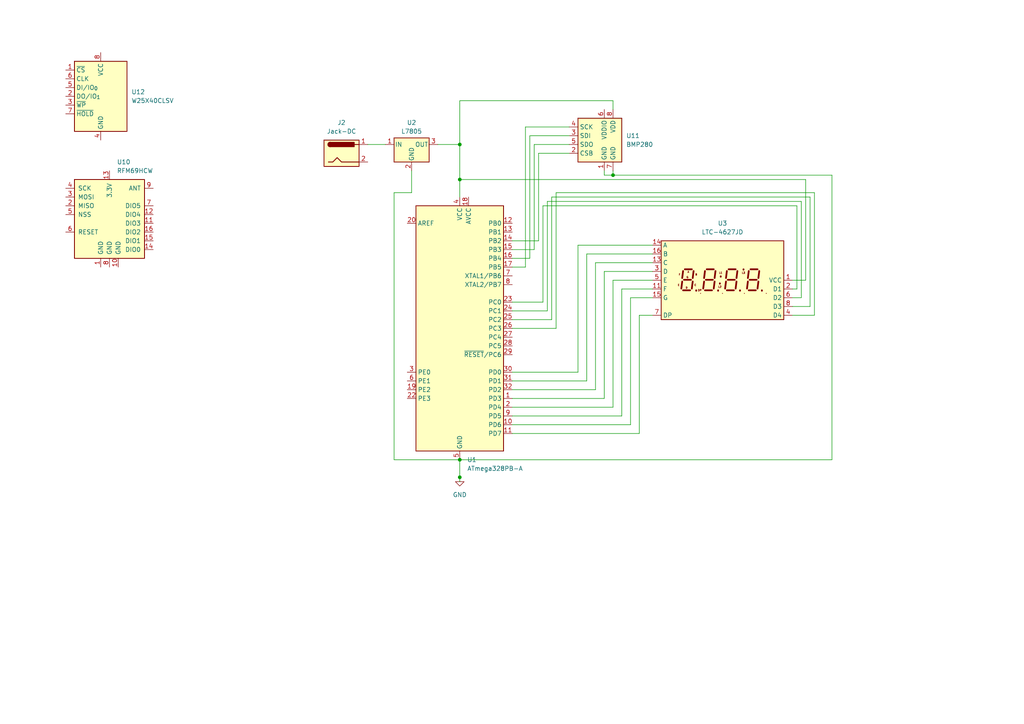
<source format=kicad_sch>
(kicad_sch
	(version 20250114)
	(generator "eeschema")
	(generator_version "9.0")
	(uuid "65dff597-a006-47bc-9bda-09dc6bfec2ce")
	(paper "A4")
	(lib_symbols
		(symbol "Connector:Jack-DC"
			(pin_names
				(offset 1.016)
			)
			(exclude_from_sim no)
			(in_bom yes)
			(on_board yes)
			(property "Reference" "J"
				(at 0 5.334 0)
				(effects
					(font
						(size 1.27 1.27)
					)
				)
			)
			(property "Value" "Jack-DC"
				(at 0 -5.08 0)
				(effects
					(font
						(size 1.27 1.27)
					)
				)
			)
			(property "Footprint" ""
				(at 1.27 -1.016 0)
				(effects
					(font
						(size 1.27 1.27)
					)
					(hide yes)
				)
			)
			(property "Datasheet" "~"
				(at 1.27 -1.016 0)
				(effects
					(font
						(size 1.27 1.27)
					)
					(hide yes)
				)
			)
			(property "Description" "DC Barrel Jack"
				(at 0 0 0)
				(effects
					(font
						(size 1.27 1.27)
					)
					(hide yes)
				)
			)
			(property "ki_keywords" "DC power barrel jack connector"
				(at 0 0 0)
				(effects
					(font
						(size 1.27 1.27)
					)
					(hide yes)
				)
			)
			(property "ki_fp_filters" "BarrelJack*"
				(at 0 0 0)
				(effects
					(font
						(size 1.27 1.27)
					)
					(hide yes)
				)
			)
			(symbol "Jack-DC_0_1"
				(rectangle
					(start -5.08 3.81)
					(end 5.08 -3.81)
					(stroke
						(width 0.254)
						(type default)
					)
					(fill
						(type background)
					)
				)
				(polyline
					(pts
						(xy -3.81 -2.54) (xy -2.54 -2.54) (xy -1.27 -1.27) (xy 0 -2.54) (xy 2.54 -2.54) (xy 5.08 -2.54)
					)
					(stroke
						(width 0.254)
						(type default)
					)
					(fill
						(type none)
					)
				)
				(arc
					(start -3.302 1.905)
					(mid -3.9343 2.54)
					(end -3.302 3.175)
					(stroke
						(width 0.254)
						(type default)
					)
					(fill
						(type none)
					)
				)
				(arc
					(start -3.302 1.905)
					(mid -3.9343 2.54)
					(end -3.302 3.175)
					(stroke
						(width 0.254)
						(type default)
					)
					(fill
						(type outline)
					)
				)
				(rectangle
					(start 3.683 3.175)
					(end -3.302 1.905)
					(stroke
						(width 0.254)
						(type default)
					)
					(fill
						(type outline)
					)
				)
				(polyline
					(pts
						(xy 5.08 2.54) (xy 3.81 2.54)
					)
					(stroke
						(width 0.254)
						(type default)
					)
					(fill
						(type none)
					)
				)
			)
			(symbol "Jack-DC_1_1"
				(pin passive line
					(at 7.62 2.54 180)
					(length 2.54)
					(name "~"
						(effects
							(font
								(size 1.27 1.27)
							)
						)
					)
					(number "1"
						(effects
							(font
								(size 1.27 1.27)
							)
						)
					)
				)
				(pin passive line
					(at 7.62 -2.54 180)
					(length 2.54)
					(name "~"
						(effects
							(font
								(size 1.27 1.27)
							)
						)
					)
					(number "2"
						(effects
							(font
								(size 1.27 1.27)
							)
						)
					)
				)
			)
			(embedded_fonts no)
		)
		(symbol "Display_Character:LTC-4627JD"
			(exclude_from_sim no)
			(in_bom yes)
			(on_board yes)
			(property "Reference" "U3"
				(at 0 16.51 0)
				(effects
					(font
						(size 1.27 1.27)
					)
				)
			)
			(property "Value" "LTC-4627JD"
				(at 0 13.97 0)
				(effects
					(font
						(size 1.27 1.27)
					)
				)
			)
			(property "Footprint" "Display_7Segment:LTC-4627Jx"
				(at 0 -12.7 0)
				(effects
					(font
						(size 1.27 1.27)
					)
					(hide yes)
				)
			)
			(property "Datasheet" "http://optoelectronics.liteon.com/upload/download/DS30-2001-093/LTC-4627JD.pdf"
				(at -10.16 0 0)
				(effects
					(font
						(size 1.27 1.27)
					)
					(hide yes)
				)
			)
			(property "Description" "4 digit 7 segment hyper red, common anode"
				(at 0 0 0)
				(effects
					(font
						(size 1.27 1.27)
					)
					(hide yes)
				)
			)
			(property "ki_keywords" "display LED 7-segment"
				(at 0 0 0)
				(effects
					(font
						(size 1.27 1.27)
					)
					(hide yes)
				)
			)
			(property "ki_fp_filters" "LTC?4627J*"
				(at 0 0 0)
				(effects
					(font
						(size 1.27 1.27)
					)
					(hide yes)
				)
			)
			(symbol "LTC-4627JD_0_1"
				(rectangle
					(start -17.78 -11.43)
					(end 17.78 11.43)
					(stroke
						(width 0.254)
						(type default)
					)
					(fill
						(type background)
					)
				)
				(rectangle
					(start -6.35 -3.81)
					(end -6.35 -3.81)
					(stroke
						(width 0.254)
						(type default)
					)
					(fill
						(type none)
					)
				)
				(polyline
					(pts
						(xy -6.35 -3.81) (xy -6.35 -3.81)
					)
					(stroke
						(width 0.254)
						(type default)
					)
					(fill
						(type none)
					)
				)
				(polyline
					(pts
						(xy 0 -3.81) (xy 0 -3.81)
					)
					(stroke
						(width 0.254)
						(type default)
					)
					(fill
						(type none)
					)
				)
				(rectangle
					(start 0 -3.81)
					(end 0 -3.81)
					(stroke
						(width 0.254)
						(type default)
					)
					(fill
						(type none)
					)
				)
				(polyline
					(pts
						(xy 6.35 -3.81) (xy 6.35 -3.81)
					)
					(stroke
						(width 0.254)
						(type default)
					)
					(fill
						(type none)
					)
				)
				(rectangle
					(start 6.35 -3.81)
					(end 6.35 -3.81)
					(stroke
						(width 0.254)
						(type default)
					)
					(fill
						(type none)
					)
				)
				(polyline
					(pts
						(xy 12.7 -3.81) (xy 12.7 -3.81)
					)
					(stroke
						(width 0.254)
						(type default)
					)
					(fill
						(type none)
					)
				)
				(rectangle
					(start 12.7 -3.81)
					(end 12.7 -3.81)
					(stroke
						(width 0.254)
						(type default)
					)
					(fill
						(type none)
					)
				)
			)
			(symbol "LTC-4627JD_1_0"
				(text "E"
					(at -12.7 -1.397 0)
					(effects
						(font
							(size 0.508 0.508)
						)
					)
				)
				(text "F"
					(at -12.446 1.651 0)
					(effects
						(font
							(size 0.508 0.508)
						)
					)
				)
				(text "D"
					(at -10.414 -2.159 0)
					(effects
						(font
							(size 0.508 0.508)
						)
					)
				)
				(text "G"
					(at -10.16 0.889 0)
					(effects
						(font
							(size 0.508 0.508)
						)
					)
				)
				(text "A"
					(at -9.906 2.413 0)
					(effects
						(font
							(size 0.508 0.508)
						)
					)
				)
				(text "C"
					(at -7.874 -1.397 0)
					(effects
						(font
							(size 0.508 0.508)
						)
					)
				)
				(text "B"
					(at -7.62 1.651 0)
					(effects
						(font
							(size 0.508 0.508)
						)
					)
				)
				(text "DP"
					(at -6.604 -2.921 0)
					(effects
						(font
							(size 0.508 0.508)
						)
					)
				)
				(text "L2"
					(at -0.762 -1.905 0)
					(effects
						(font
							(size 0.508 0.508)
						)
					)
				)
				(text "L1"
					(at -0.508 2.159 0)
					(effects
						(font
							(size 0.508 0.508)
						)
					)
				)
				(text "L3"
					(at 6.096 2.159 0)
					(effects
						(font
							(size 0.508 0.508)
						)
					)
				)
			)
			(symbol "LTC-4627JD_1_1"
				(polyline
					(pts
						(xy -11.684 -0.381) (xy -11.938 -2.413)
					)
					(stroke
						(width 0.508)
						(type default)
					)
					(fill
						(type none)
					)
				)
				(polyline
					(pts
						(xy -11.43 2.667) (xy -11.684 0.635)
					)
					(stroke
						(width 0.508)
						(type default)
					)
					(fill
						(type none)
					)
				)
				(polyline
					(pts
						(xy -11.43 -2.921) (xy -9.398 -2.921)
					)
					(stroke
						(width 0.508)
						(type default)
					)
					(fill
						(type none)
					)
				)
				(polyline
					(pts
						(xy -11.176 0.127) (xy -9.144 0.127)
					)
					(stroke
						(width 0.508)
						(type default)
					)
					(fill
						(type none)
					)
				)
				(polyline
					(pts
						(xy -10.922 3.175) (xy -8.89 3.175)
					)
					(stroke
						(width 0.508)
						(type default)
					)
					(fill
						(type none)
					)
				)
				(polyline
					(pts
						(xy -8.636 -0.381) (xy -8.89 -2.413)
					)
					(stroke
						(width 0.508)
						(type default)
					)
					(fill
						(type none)
					)
				)
				(polyline
					(pts
						(xy -8.382 2.667) (xy -8.636 0.635)
					)
					(stroke
						(width 0.508)
						(type default)
					)
					(fill
						(type none)
					)
				)
				(polyline
					(pts
						(xy -7.62 -3.048) (xy -7.62 -2.921)
					)
					(stroke
						(width 0.508)
						(type default)
					)
					(fill
						(type none)
					)
				)
				(polyline
					(pts
						(xy -5.334 -0.381) (xy -5.588 -2.413)
					)
					(stroke
						(width 0.508)
						(type default)
					)
					(fill
						(type none)
					)
				)
				(polyline
					(pts
						(xy -5.08 2.667) (xy -5.334 0.635)
					)
					(stroke
						(width 0.508)
						(type default)
					)
					(fill
						(type none)
					)
				)
				(polyline
					(pts
						(xy -5.08 -2.921) (xy -3.048 -2.921)
					)
					(stroke
						(width 0.508)
						(type default)
					)
					(fill
						(type none)
					)
				)
				(polyline
					(pts
						(xy -4.826 0.127) (xy -2.794 0.127)
					)
					(stroke
						(width 0.508)
						(type default)
					)
					(fill
						(type none)
					)
				)
				(polyline
					(pts
						(xy -4.572 3.175) (xy -2.54 3.175)
					)
					(stroke
						(width 0.508)
						(type default)
					)
					(fill
						(type none)
					)
				)
				(polyline
					(pts
						(xy -2.286 -0.381) (xy -2.54 -2.413)
					)
					(stroke
						(width 0.508)
						(type default)
					)
					(fill
						(type none)
					)
				)
				(polyline
					(pts
						(xy -2.032 2.667) (xy -2.286 0.635)
					)
					(stroke
						(width 0.508)
						(type default)
					)
					(fill
						(type none)
					)
				)
				(polyline
					(pts
						(xy -1.27 -3.048) (xy -1.27 -2.921)
					)
					(stroke
						(width 0.508)
						(type default)
					)
					(fill
						(type none)
					)
				)
				(polyline
					(pts
						(xy -0.762 -1.016) (xy -0.762 -0.889)
					)
					(stroke
						(width 0.508)
						(type default)
					)
					(fill
						(type none)
					)
				)
				(polyline
					(pts
						(xy -0.508 1.016) (xy -0.508 1.143)
					)
					(stroke
						(width 0.508)
						(type default)
					)
					(fill
						(type none)
					)
				)
				(polyline
					(pts
						(xy 1.016 -0.381) (xy 0.762 -2.413)
					)
					(stroke
						(width 0.508)
						(type default)
					)
					(fill
						(type none)
					)
				)
				(polyline
					(pts
						(xy 1.27 2.667) (xy 1.016 0.635)
					)
					(stroke
						(width 0.508)
						(type default)
					)
					(fill
						(type none)
					)
				)
				(polyline
					(pts
						(xy 1.27 -2.921) (xy 3.302 -2.921)
					)
					(stroke
						(width 0.508)
						(type default)
					)
					(fill
						(type none)
					)
				)
				(polyline
					(pts
						(xy 1.524 0.127) (xy 3.556 0.127)
					)
					(stroke
						(width 0.508)
						(type default)
					)
					(fill
						(type none)
					)
				)
				(polyline
					(pts
						(xy 1.778 3.175) (xy 3.81 3.175)
					)
					(stroke
						(width 0.508)
						(type default)
					)
					(fill
						(type none)
					)
				)
				(polyline
					(pts
						(xy 4.064 -0.381) (xy 3.81 -2.413)
					)
					(stroke
						(width 0.508)
						(type default)
					)
					(fill
						(type none)
					)
				)
				(polyline
					(pts
						(xy 4.318 2.667) (xy 4.064 0.635)
					)
					(stroke
						(width 0.508)
						(type default)
					)
					(fill
						(type none)
					)
				)
				(polyline
					(pts
						(xy 5.08 -3.048) (xy 5.08 -2.921)
					)
					(stroke
						(width 0.508)
						(type default)
					)
					(fill
						(type none)
					)
				)
				(polyline
					(pts
						(xy 6.096 3.048) (xy 6.096 3.175)
					)
					(stroke
						(width 0.508)
						(type default)
					)
					(fill
						(type none)
					)
				)
				(polyline
					(pts
						(xy 7.366 -0.381) (xy 7.112 -2.413)
					)
					(stroke
						(width 0.508)
						(type default)
					)
					(fill
						(type none)
					)
				)
				(polyline
					(pts
						(xy 7.62 2.667) (xy 7.366 0.635)
					)
					(stroke
						(width 0.508)
						(type default)
					)
					(fill
						(type none)
					)
				)
				(polyline
					(pts
						(xy 7.62 -2.921) (xy 9.652 -2.921)
					)
					(stroke
						(width 0.508)
						(type default)
					)
					(fill
						(type none)
					)
				)
				(polyline
					(pts
						(xy 7.874 0.127) (xy 9.906 0.127)
					)
					(stroke
						(width 0.508)
						(type default)
					)
					(fill
						(type none)
					)
				)
				(polyline
					(pts
						(xy 8.128 3.175) (xy 10.16 3.175)
					)
					(stroke
						(width 0.508)
						(type default)
					)
					(fill
						(type none)
					)
				)
				(polyline
					(pts
						(xy 10.414 -0.381) (xy 10.16 -2.413)
					)
					(stroke
						(width 0.508)
						(type default)
					)
					(fill
						(type none)
					)
				)
				(polyline
					(pts
						(xy 10.668 2.667) (xy 10.414 0.635)
					)
					(stroke
						(width 0.508)
						(type default)
					)
					(fill
						(type none)
					)
				)
				(polyline
					(pts
						(xy 11.43 -3.048) (xy 11.43 -2.921)
					)
					(stroke
						(width 0.508)
						(type default)
					)
					(fill
						(type none)
					)
				)
				(pin input line
					(at -20.32 10.16 0)
					(length 2.54)
					(name "A"
						(effects
							(font
								(size 1.27 1.27)
							)
						)
					)
					(number "14"
						(effects
							(font
								(size 1.27 1.27)
							)
						)
					)
				)
				(pin input line
					(at -20.32 7.62 0)
					(length 2.54)
					(name "B"
						(effects
							(font
								(size 1.27 1.27)
							)
						)
					)
					(number "16"
						(effects
							(font
								(size 1.27 1.27)
							)
						)
					)
				)
				(pin input line
					(at -20.32 5.08 0)
					(length 2.54)
					(name "C"
						(effects
							(font
								(size 1.27 1.27)
							)
						)
					)
					(number "13"
						(effects
							(font
								(size 1.27 1.27)
							)
						)
					)
				)
				(pin input line
					(at -20.32 2.54 0)
					(length 2.54)
					(name "D"
						(effects
							(font
								(size 1.27 1.27)
							)
						)
					)
					(number "3"
						(effects
							(font
								(size 1.27 1.27)
							)
						)
					)
				)
				(pin input line
					(at -20.32 0 0)
					(length 2.54)
					(name "E"
						(effects
							(font
								(size 1.27 1.27)
							)
						)
					)
					(number "5"
						(effects
							(font
								(size 1.27 1.27)
							)
						)
					)
				)
				(pin input line
					(at -20.32 -2.54 0)
					(length 2.54)
					(name "F"
						(effects
							(font
								(size 1.27 1.27)
							)
						)
					)
					(number "11"
						(effects
							(font
								(size 1.27 1.27)
							)
						)
					)
				)
				(pin input line
					(at -20.32 -5.08 0)
					(length 2.54)
					(name "G"
						(effects
							(font
								(size 1.27 1.27)
							)
						)
					)
					(number "15"
						(effects
							(font
								(size 1.27 1.27)
							)
						)
					)
				)
				(pin input line
					(at -20.32 -10.16 0)
					(length 2.54)
					(name "DP"
						(effects
							(font
								(size 1.27 1.27)
							)
						)
					)
					(number "7"
						(effects
							(font
								(size 1.27 1.27)
							)
						)
					)
				)
				(pin no_connect line
					(at 17.78 7.62 180)
					(length 2.54)
					(hide yes)
					(name "NC"
						(effects
							(font
								(size 1.27 1.27)
							)
						)
					)
					(number "9"
						(effects
							(font
								(size 1.27 1.27)
							)
						)
					)
				)
				(pin input line
					(at 20.32 0 180)
					(length 2.54)
					(name "VCC"
						(effects
							(font
								(size 1.27 1.27)
							)
						)
					)
					(number "1"
						(effects
							(font
								(size 1.27 1.27)
							)
						)
					)
				)
				(pin input line
					(at 20.32 -2.54 180)
					(length 2.54)
					(name "D1"
						(effects
							(font
								(size 1.27 1.27)
							)
						)
					)
					(number "2"
						(effects
							(font
								(size 1.27 1.27)
							)
						)
					)
				)
				(pin input line
					(at 20.32 -5.08 180)
					(length 2.54)
					(name "D2"
						(effects
							(font
								(size 1.27 1.27)
							)
						)
					)
					(number "6"
						(effects
							(font
								(size 1.27 1.27)
							)
						)
					)
				)
				(pin input line
					(at 20.32 -7.62 180)
					(length 2.54)
					(name "D3"
						(effects
							(font
								(size 1.27 1.27)
							)
						)
					)
					(number "8"
						(effects
							(font
								(size 1.27 1.27)
							)
						)
					)
				)
				(pin input line
					(at 20.32 -10.16 180)
					(length 2.54)
					(name "D4"
						(effects
							(font
								(size 1.27 1.27)
							)
						)
					)
					(number "4"
						(effects
							(font
								(size 1.27 1.27)
							)
						)
					)
				)
			)
			(embedded_fonts no)
		)
		(symbol "MCU_Microchip_ATmega:ATmega328PB-A"
			(exclude_from_sim no)
			(in_bom yes)
			(on_board yes)
			(property "Reference" "U"
				(at -12.7 36.83 0)
				(effects
					(font
						(size 1.27 1.27)
					)
					(justify left bottom)
				)
			)
			(property "Value" "ATmega328PB-A"
				(at 2.54 -36.83 0)
				(effects
					(font
						(size 1.27 1.27)
					)
					(justify left top)
				)
			)
			(property "Footprint" "Package_QFP:TQFP-32_7x7mm_P0.8mm"
				(at 0 0 0)
				(effects
					(font
						(size 1.27 1.27)
						(italic yes)
					)
					(hide yes)
				)
			)
			(property "Datasheet" "http://ww1.microchip.com/downloads/en/DeviceDoc/40001906C.pdf"
				(at 0 0 0)
				(effects
					(font
						(size 1.27 1.27)
					)
					(hide yes)
				)
			)
			(property "Description" "20MHz, 32kB Flash, 2kB SRAM, 1kB EEPROM, TQFP-32"
				(at 0 0 0)
				(effects
					(font
						(size 1.27 1.27)
					)
					(hide yes)
				)
			)
			(property "ki_keywords" "AVR 8bit Microcontroller MegaAVR"
				(at 0 0 0)
				(effects
					(font
						(size 1.27 1.27)
					)
					(hide yes)
				)
			)
			(property "ki_fp_filters" "TQFP*7x7mm*P0.8mm*"
				(at 0 0 0)
				(effects
					(font
						(size 1.27 1.27)
					)
					(hide yes)
				)
			)
			(symbol "ATmega328PB-A_0_1"
				(rectangle
					(start -12.7 -35.56)
					(end 12.7 35.56)
					(stroke
						(width 0.254)
						(type default)
					)
					(fill
						(type background)
					)
				)
			)
			(symbol "ATmega328PB-A_1_1"
				(pin passive line
					(at -15.24 30.48 0)
					(length 2.54)
					(name "AREF"
						(effects
							(font
								(size 1.27 1.27)
							)
						)
					)
					(number "20"
						(effects
							(font
								(size 1.27 1.27)
							)
						)
					)
				)
				(pin bidirectional line
					(at -15.24 -12.7 0)
					(length 2.54)
					(name "PE0"
						(effects
							(font
								(size 1.27 1.27)
							)
						)
					)
					(number "3"
						(effects
							(font
								(size 1.27 1.27)
							)
						)
					)
				)
				(pin bidirectional line
					(at -15.24 -15.24 0)
					(length 2.54)
					(name "PE1"
						(effects
							(font
								(size 1.27 1.27)
							)
						)
					)
					(number "6"
						(effects
							(font
								(size 1.27 1.27)
							)
						)
					)
				)
				(pin bidirectional line
					(at -15.24 -17.78 0)
					(length 2.54)
					(name "PE2"
						(effects
							(font
								(size 1.27 1.27)
							)
						)
					)
					(number "19"
						(effects
							(font
								(size 1.27 1.27)
							)
						)
					)
				)
				(pin bidirectional line
					(at -15.24 -20.32 0)
					(length 2.54)
					(name "PE3"
						(effects
							(font
								(size 1.27 1.27)
							)
						)
					)
					(number "22"
						(effects
							(font
								(size 1.27 1.27)
							)
						)
					)
				)
				(pin power_in line
					(at 0 38.1 270)
					(length 2.54)
					(name "VCC"
						(effects
							(font
								(size 1.27 1.27)
							)
						)
					)
					(number "4"
						(effects
							(font
								(size 1.27 1.27)
							)
						)
					)
				)
				(pin passive line
					(at 0 -38.1 90)
					(length 2.54)
					(hide yes)
					(name "GND"
						(effects
							(font
								(size 1.27 1.27)
							)
						)
					)
					(number "21"
						(effects
							(font
								(size 1.27 1.27)
							)
						)
					)
				)
				(pin power_in line
					(at 0 -38.1 90)
					(length 2.54)
					(name "GND"
						(effects
							(font
								(size 1.27 1.27)
							)
						)
					)
					(number "5"
						(effects
							(font
								(size 1.27 1.27)
							)
						)
					)
				)
				(pin power_in line
					(at 2.54 38.1 270)
					(length 2.54)
					(name "AVCC"
						(effects
							(font
								(size 1.27 1.27)
							)
						)
					)
					(number "18"
						(effects
							(font
								(size 1.27 1.27)
							)
						)
					)
				)
				(pin bidirectional line
					(at 15.24 30.48 180)
					(length 2.54)
					(name "PB0"
						(effects
							(font
								(size 1.27 1.27)
							)
						)
					)
					(number "12"
						(effects
							(font
								(size 1.27 1.27)
							)
						)
					)
				)
				(pin bidirectional line
					(at 15.24 27.94 180)
					(length 2.54)
					(name "PB1"
						(effects
							(font
								(size 1.27 1.27)
							)
						)
					)
					(number "13"
						(effects
							(font
								(size 1.27 1.27)
							)
						)
					)
				)
				(pin bidirectional line
					(at 15.24 25.4 180)
					(length 2.54)
					(name "PB2"
						(effects
							(font
								(size 1.27 1.27)
							)
						)
					)
					(number "14"
						(effects
							(font
								(size 1.27 1.27)
							)
						)
					)
				)
				(pin bidirectional line
					(at 15.24 22.86 180)
					(length 2.54)
					(name "PB3"
						(effects
							(font
								(size 1.27 1.27)
							)
						)
					)
					(number "15"
						(effects
							(font
								(size 1.27 1.27)
							)
						)
					)
				)
				(pin bidirectional line
					(at 15.24 20.32 180)
					(length 2.54)
					(name "PB4"
						(effects
							(font
								(size 1.27 1.27)
							)
						)
					)
					(number "16"
						(effects
							(font
								(size 1.27 1.27)
							)
						)
					)
				)
				(pin bidirectional line
					(at 15.24 17.78 180)
					(length 2.54)
					(name "PB5"
						(effects
							(font
								(size 1.27 1.27)
							)
						)
					)
					(number "17"
						(effects
							(font
								(size 1.27 1.27)
							)
						)
					)
				)
				(pin bidirectional line
					(at 15.24 15.24 180)
					(length 2.54)
					(name "XTAL1/PB6"
						(effects
							(font
								(size 1.27 1.27)
							)
						)
					)
					(number "7"
						(effects
							(font
								(size 1.27 1.27)
							)
						)
					)
				)
				(pin bidirectional line
					(at 15.24 12.7 180)
					(length 2.54)
					(name "XTAL2/PB7"
						(effects
							(font
								(size 1.27 1.27)
							)
						)
					)
					(number "8"
						(effects
							(font
								(size 1.27 1.27)
							)
						)
					)
				)
				(pin bidirectional line
					(at 15.24 7.62 180)
					(length 2.54)
					(name "PC0"
						(effects
							(font
								(size 1.27 1.27)
							)
						)
					)
					(number "23"
						(effects
							(font
								(size 1.27 1.27)
							)
						)
					)
				)
				(pin bidirectional line
					(at 15.24 5.08 180)
					(length 2.54)
					(name "PC1"
						(effects
							(font
								(size 1.27 1.27)
							)
						)
					)
					(number "24"
						(effects
							(font
								(size 1.27 1.27)
							)
						)
					)
				)
				(pin bidirectional line
					(at 15.24 2.54 180)
					(length 2.54)
					(name "PC2"
						(effects
							(font
								(size 1.27 1.27)
							)
						)
					)
					(number "25"
						(effects
							(font
								(size 1.27 1.27)
							)
						)
					)
				)
				(pin bidirectional line
					(at 15.24 0 180)
					(length 2.54)
					(name "PC3"
						(effects
							(font
								(size 1.27 1.27)
							)
						)
					)
					(number "26"
						(effects
							(font
								(size 1.27 1.27)
							)
						)
					)
				)
				(pin bidirectional line
					(at 15.24 -2.54 180)
					(length 2.54)
					(name "PC4"
						(effects
							(font
								(size 1.27 1.27)
							)
						)
					)
					(number "27"
						(effects
							(font
								(size 1.27 1.27)
							)
						)
					)
				)
				(pin bidirectional line
					(at 15.24 -5.08 180)
					(length 2.54)
					(name "PC5"
						(effects
							(font
								(size 1.27 1.27)
							)
						)
					)
					(number "28"
						(effects
							(font
								(size 1.27 1.27)
							)
						)
					)
				)
				(pin bidirectional line
					(at 15.24 -7.62 180)
					(length 2.54)
					(name "~{RESET}/PC6"
						(effects
							(font
								(size 1.27 1.27)
							)
						)
					)
					(number "29"
						(effects
							(font
								(size 1.27 1.27)
							)
						)
					)
				)
				(pin bidirectional line
					(at 15.24 -12.7 180)
					(length 2.54)
					(name "PD0"
						(effects
							(font
								(size 1.27 1.27)
							)
						)
					)
					(number "30"
						(effects
							(font
								(size 1.27 1.27)
							)
						)
					)
				)
				(pin bidirectional line
					(at 15.24 -15.24 180)
					(length 2.54)
					(name "PD1"
						(effects
							(font
								(size 1.27 1.27)
							)
						)
					)
					(number "31"
						(effects
							(font
								(size 1.27 1.27)
							)
						)
					)
				)
				(pin bidirectional line
					(at 15.24 -17.78 180)
					(length 2.54)
					(name "PD2"
						(effects
							(font
								(size 1.27 1.27)
							)
						)
					)
					(number "32"
						(effects
							(font
								(size 1.27 1.27)
							)
						)
					)
				)
				(pin bidirectional line
					(at 15.24 -20.32 180)
					(length 2.54)
					(name "PD3"
						(effects
							(font
								(size 1.27 1.27)
							)
						)
					)
					(number "1"
						(effects
							(font
								(size 1.27 1.27)
							)
						)
					)
				)
				(pin bidirectional line
					(at 15.24 -22.86 180)
					(length 2.54)
					(name "PD4"
						(effects
							(font
								(size 1.27 1.27)
							)
						)
					)
					(number "2"
						(effects
							(font
								(size 1.27 1.27)
							)
						)
					)
				)
				(pin bidirectional line
					(at 15.24 -25.4 180)
					(length 2.54)
					(name "PD5"
						(effects
							(font
								(size 1.27 1.27)
							)
						)
					)
					(number "9"
						(effects
							(font
								(size 1.27 1.27)
							)
						)
					)
				)
				(pin bidirectional line
					(at 15.24 -27.94 180)
					(length 2.54)
					(name "PD6"
						(effects
							(font
								(size 1.27 1.27)
							)
						)
					)
					(number "10"
						(effects
							(font
								(size 1.27 1.27)
							)
						)
					)
				)
				(pin bidirectional line
					(at 15.24 -30.48 180)
					(length 2.54)
					(name "PD7"
						(effects
							(font
								(size 1.27 1.27)
							)
						)
					)
					(number "11"
						(effects
							(font
								(size 1.27 1.27)
							)
						)
					)
				)
			)
			(embedded_fonts no)
		)
		(symbol "Memory_Flash:W25X40CLSV"
			(exclude_from_sim no)
			(in_bom yes)
			(on_board yes)
			(property "Reference" "U"
				(at -7.62 10.668 0)
				(effects
					(font
						(size 1.27 1.27)
					)
					(justify left bottom)
				)
			)
			(property "Value" "W25X40CLSV"
				(at 2.54 10.668 0)
				(effects
					(font
						(size 1.27 1.27)
					)
					(justify left bottom)
				)
			)
			(property "Footprint" "Package_SO:JEITA_SOIC-8_3.9x4.9mm_P1.27mm"
				(at 0 22.86 0)
				(effects
					(font
						(size 1.27 1.27)
					)
					(hide yes)
				)
			)
			(property "Datasheet" "https://www.winbond.com/resource-files/W25X40CL_G%2020210505.pdf"
				(at 2.54 25.4 0)
				(effects
					(font
						(size 1.27 1.27)
					)
					(hide yes)
				)
			)
			(property "Description" "4Mbit / 512KiB Serial Flash memory, Standard/Dual I/O SPI, 2.3-3.6V, JEITA SOIC-8 (SOP-8)"
				(at 0 0 0)
				(effects
					(font
						(size 1.27 1.27)
					)
					(hide yes)
				)
			)
			(property "ki_keywords" "Memory Flash SPI"
				(at 0 0 0)
				(effects
					(font
						(size 1.27 1.27)
					)
					(hide yes)
				)
			)
			(property "ki_fp_filters" "JEITA?SOIC*3.9x4.9mm*P1.27mm*"
				(at 0 0 0)
				(effects
					(font
						(size 1.27 1.27)
					)
					(hide yes)
				)
			)
			(symbol "W25X40CLSV_0_1"
				(rectangle
					(start -7.62 10.16)
					(end 7.62 -10.16)
					(stroke
						(width 0.254)
						(type default)
					)
					(fill
						(type background)
					)
				)
			)
			(symbol "W25X40CLSV_1_1"
				(pin input line
					(at -10.16 7.62 0)
					(length 2.54)
					(name "~{CS}"
						(effects
							(font
								(size 1.27 1.27)
							)
						)
					)
					(number "1"
						(effects
							(font
								(size 1.27 1.27)
							)
						)
					)
				)
				(pin input line
					(at -10.16 5.08 0)
					(length 2.54)
					(name "CLK"
						(effects
							(font
								(size 1.27 1.27)
							)
						)
					)
					(number "6"
						(effects
							(font
								(size 1.27 1.27)
							)
						)
					)
				)
				(pin bidirectional line
					(at -10.16 2.54 0)
					(length 2.54)
					(name "DI/IO_{0}"
						(effects
							(font
								(size 1.27 1.27)
							)
						)
					)
					(number "5"
						(effects
							(font
								(size 1.27 1.27)
							)
						)
					)
				)
				(pin bidirectional line
					(at -10.16 0 0)
					(length 2.54)
					(name "DO/IO_{1}"
						(effects
							(font
								(size 1.27 1.27)
							)
						)
					)
					(number "2"
						(effects
							(font
								(size 1.27 1.27)
							)
						)
					)
				)
				(pin bidirectional line
					(at -10.16 -2.54 0)
					(length 2.54)
					(name "~{WP}"
						(effects
							(font
								(size 1.27 1.27)
							)
						)
					)
					(number "3"
						(effects
							(font
								(size 1.27 1.27)
							)
						)
					)
				)
				(pin bidirectional line
					(at -10.16 -5.08 0)
					(length 2.54)
					(name "~{HOLD}"
						(effects
							(font
								(size 1.27 1.27)
							)
						)
					)
					(number "7"
						(effects
							(font
								(size 1.27 1.27)
							)
						)
					)
				)
				(pin power_in line
					(at 0 12.7 270)
					(length 2.54)
					(name "VCC"
						(effects
							(font
								(size 1.27 1.27)
							)
						)
					)
					(number "8"
						(effects
							(font
								(size 1.27 1.27)
							)
						)
					)
				)
				(pin power_in line
					(at 0 -12.7 90)
					(length 2.54)
					(name "GND"
						(effects
							(font
								(size 1.27 1.27)
							)
						)
					)
					(number "4"
						(effects
							(font
								(size 1.27 1.27)
							)
						)
					)
				)
			)
			(embedded_fonts no)
		)
		(symbol "RF_Module:RFM69HCW"
			(pin_names
				(offset 1.016)
			)
			(exclude_from_sim no)
			(in_bom yes)
			(on_board yes)
			(property "Reference" "U"
				(at -10.414 11.684 0)
				(effects
					(font
						(size 1.27 1.27)
					)
					(justify left)
				)
			)
			(property "Value" "RFM69HCW"
				(at 1.524 11.43 0)
				(effects
					(font
						(size 1.27 1.27)
					)
					(justify left)
				)
			)
			(property "Footprint" ""
				(at -83.82 41.91 0)
				(effects
					(font
						(size 1.27 1.27)
					)
					(hide yes)
				)
			)
			(property "Datasheet" "https://www.hoperf.com/data/upload/portal/20181127/5bfcb8284d838.pdf"
				(at -83.82 41.91 0)
				(effects
					(font
						(size 1.27 1.27)
					)
					(hide yes)
				)
			)
			(property "Description" "Low power ISM Radio Transceiver Module, SPI interface, AES encryption, 434 or 915 MHz, up to 100mW, up to 300 kb/s, SMD-16, DIP-16"
				(at 0 0 0)
				(effects
					(font
						(size 1.27 1.27)
					)
					(hide yes)
				)
			)
			(property "ki_keywords" "low power Radio ISM Transceiver Module AES encryption SPI HopeRF"
				(at 0 0 0)
				(effects
					(font
						(size 1.27 1.27)
					)
					(hide yes)
				)
			)
			(property "ki_fp_filters" "HOPERF*RFM9XW*"
				(at 0 0 0)
				(effects
					(font
						(size 1.27 1.27)
					)
					(hide yes)
				)
			)
			(symbol "RFM69HCW_0_1"
				(rectangle
					(start -10.16 10.16)
					(end 10.16 -12.7)
					(stroke
						(width 0.254)
						(type default)
					)
					(fill
						(type background)
					)
				)
			)
			(symbol "RFM69HCW_1_1"
				(pin input line
					(at -12.7 7.62 0)
					(length 2.54)
					(name "SCK"
						(effects
							(font
								(size 1.27 1.27)
							)
						)
					)
					(number "4"
						(effects
							(font
								(size 1.27 1.27)
							)
						)
					)
				)
				(pin input line
					(at -12.7 5.08 0)
					(length 2.54)
					(name "MOSI"
						(effects
							(font
								(size 1.27 1.27)
							)
						)
					)
					(number "3"
						(effects
							(font
								(size 1.27 1.27)
							)
						)
					)
				)
				(pin output line
					(at -12.7 2.54 0)
					(length 2.54)
					(name "MISO"
						(effects
							(font
								(size 1.27 1.27)
							)
						)
					)
					(number "2"
						(effects
							(font
								(size 1.27 1.27)
							)
						)
					)
				)
				(pin input line
					(at -12.7 0 0)
					(length 2.54)
					(name "NSS"
						(effects
							(font
								(size 1.27 1.27)
							)
						)
					)
					(number "5"
						(effects
							(font
								(size 1.27 1.27)
							)
						)
					)
				)
				(pin bidirectional line
					(at -12.7 -5.08 0)
					(length 2.54)
					(name "RESET"
						(effects
							(font
								(size 1.27 1.27)
							)
						)
					)
					(number "6"
						(effects
							(font
								(size 1.27 1.27)
							)
						)
					)
				)
				(pin power_in line
					(at -2.54 -15.24 90)
					(length 2.54)
					(name "GND"
						(effects
							(font
								(size 1.27 1.27)
							)
						)
					)
					(number "1"
						(effects
							(font
								(size 1.27 1.27)
							)
						)
					)
				)
				(pin power_in line
					(at 0 12.7 270)
					(length 2.54)
					(name "3.3V"
						(effects
							(font
								(size 1.27 1.27)
							)
						)
					)
					(number "13"
						(effects
							(font
								(size 1.27 1.27)
							)
						)
					)
				)
				(pin power_in line
					(at 0 -15.24 90)
					(length 2.54)
					(name "GND"
						(effects
							(font
								(size 1.27 1.27)
							)
						)
					)
					(number "8"
						(effects
							(font
								(size 1.27 1.27)
							)
						)
					)
				)
				(pin power_in line
					(at 2.54 -15.24 90)
					(length 2.54)
					(name "GND"
						(effects
							(font
								(size 1.27 1.27)
							)
						)
					)
					(number "10"
						(effects
							(font
								(size 1.27 1.27)
							)
						)
					)
				)
				(pin bidirectional line
					(at 12.7 7.62 180)
					(length 2.54)
					(name "ANT"
						(effects
							(font
								(size 1.27 1.27)
							)
						)
					)
					(number "9"
						(effects
							(font
								(size 1.27 1.27)
							)
						)
					)
				)
				(pin bidirectional line
					(at 12.7 2.54 180)
					(length 2.54)
					(name "DIO5"
						(effects
							(font
								(size 1.27 1.27)
							)
						)
					)
					(number "7"
						(effects
							(font
								(size 1.27 1.27)
							)
						)
					)
				)
				(pin bidirectional line
					(at 12.7 0 180)
					(length 2.54)
					(name "DIO4"
						(effects
							(font
								(size 1.27 1.27)
							)
						)
					)
					(number "12"
						(effects
							(font
								(size 1.27 1.27)
							)
						)
					)
				)
				(pin bidirectional line
					(at 12.7 -2.54 180)
					(length 2.54)
					(name "DIO3"
						(effects
							(font
								(size 1.27 1.27)
							)
						)
					)
					(number "11"
						(effects
							(font
								(size 1.27 1.27)
							)
						)
					)
				)
				(pin bidirectional line
					(at 12.7 -5.08 180)
					(length 2.54)
					(name "DIO2"
						(effects
							(font
								(size 1.27 1.27)
							)
						)
					)
					(number "16"
						(effects
							(font
								(size 1.27 1.27)
							)
						)
					)
				)
				(pin bidirectional line
					(at 12.7 -7.62 180)
					(length 2.54)
					(name "DIO1"
						(effects
							(font
								(size 1.27 1.27)
							)
						)
					)
					(number "15"
						(effects
							(font
								(size 1.27 1.27)
							)
						)
					)
				)
				(pin bidirectional line
					(at 12.7 -10.16 180)
					(length 2.54)
					(name "DIO0"
						(effects
							(font
								(size 1.27 1.27)
							)
						)
					)
					(number "14"
						(effects
							(font
								(size 1.27 1.27)
							)
						)
					)
				)
			)
			(embedded_fonts no)
		)
		(symbol "Regulator_Linear:L7805"
			(pin_names
				(offset 0.254)
			)
			(exclude_from_sim no)
			(in_bom yes)
			(on_board yes)
			(property "Reference" "U"
				(at -3.81 3.175 0)
				(effects
					(font
						(size 1.27 1.27)
					)
				)
			)
			(property "Value" "L7805"
				(at 0 3.175 0)
				(effects
					(font
						(size 1.27 1.27)
					)
					(justify left)
				)
			)
			(property "Footprint" ""
				(at 0.635 -3.81 0)
				(effects
					(font
						(size 1.27 1.27)
						(italic yes)
					)
					(justify left)
					(hide yes)
				)
			)
			(property "Datasheet" "http://www.st.com/content/ccc/resource/technical/document/datasheet/41/4f/b3/b0/12/d4/47/88/CD00000444.pdf/files/CD00000444.pdf/jcr:content/translations/en.CD00000444.pdf"
				(at 0 -1.27 0)
				(effects
					(font
						(size 1.27 1.27)
					)
					(hide yes)
				)
			)
			(property "Description" "Positive 1.5A 35V Linear Regulator, Fixed Output 5V, TO-220/TO-263/TO-252"
				(at 0 0 0)
				(effects
					(font
						(size 1.27 1.27)
					)
					(hide yes)
				)
			)
			(property "ki_keywords" "Voltage Regulator 1.5A Positive"
				(at 0 0 0)
				(effects
					(font
						(size 1.27 1.27)
					)
					(hide yes)
				)
			)
			(property "ki_fp_filters" "TO?252* TO?263* TO?220*"
				(at 0 0 0)
				(effects
					(font
						(size 1.27 1.27)
					)
					(hide yes)
				)
			)
			(symbol "L7805_0_1"
				(rectangle
					(start -5.08 1.905)
					(end 5.08 -5.08)
					(stroke
						(width 0.254)
						(type default)
					)
					(fill
						(type background)
					)
				)
			)
			(symbol "L7805_1_1"
				(pin power_in line
					(at -7.62 0 0)
					(length 2.54)
					(name "IN"
						(effects
							(font
								(size 1.27 1.27)
							)
						)
					)
					(number "1"
						(effects
							(font
								(size 1.27 1.27)
							)
						)
					)
				)
				(pin power_in line
					(at 0 -7.62 90)
					(length 2.54)
					(name "GND"
						(effects
							(font
								(size 1.27 1.27)
							)
						)
					)
					(number "2"
						(effects
							(font
								(size 1.27 1.27)
							)
						)
					)
				)
				(pin power_out line
					(at 7.62 0 180)
					(length 2.54)
					(name "OUT"
						(effects
							(font
								(size 1.27 1.27)
							)
						)
					)
					(number "3"
						(effects
							(font
								(size 1.27 1.27)
							)
						)
					)
				)
			)
			(embedded_fonts no)
		)
		(symbol "Sensor_Pressure:BMP280"
			(exclude_from_sim no)
			(in_bom yes)
			(on_board yes)
			(property "Reference" "U11"
				(at 6.35 2.5401 0)
				(effects
					(font
						(size 1.27 1.27)
					)
					(justify left)
				)
			)
			(property "Value" "BMP280"
				(at 6.35 0.0001 0)
				(effects
					(font
						(size 1.27 1.27)
					)
					(justify left)
				)
			)
			(property "Footprint" "Package_LGA:Bosch_LGA-8_2x2.5mm_P0.65mm_ClockwisePinNumbering"
				(at 0 -17.78 0)
				(effects
					(font
						(size 1.27 1.27)
					)
					(hide yes)
				)
			)
			(property "Datasheet" "https://ae-bst.resource.bosch.com/media/_tech/media/datasheets/BST-BMP280-DS001.pdf"
				(at 0 0 0)
				(effects
					(font
						(size 1.27 1.27)
					)
					(hide yes)
				)
			)
			(property "Description" "Absolute Barometric Pressure Sensor, LGA-8"
				(at 0 0 0)
				(effects
					(font
						(size 1.27 1.27)
					)
					(hide yes)
				)
			)
			(property "ki_keywords" "I2C, SPI, pressure, temperature, sensor"
				(at 0 0 0)
				(effects
					(font
						(size 1.27 1.27)
					)
					(hide yes)
				)
			)
			(property "ki_fp_filters" "Bosch*LGA*2x2.5mm*P0.65mm*"
				(at 0 0 0)
				(effects
					(font
						(size 1.27 1.27)
					)
					(hide yes)
				)
			)
			(symbol "BMP280_0_1"
				(rectangle
					(start -7.62 -5.08)
					(end 5.08 7.62)
					(stroke
						(width 0.254)
						(type default)
					)
					(fill
						(type background)
					)
				)
			)
			(symbol "BMP280_1_1"
				(pin input line
					(at -10.16 5.08 0)
					(length 2.54)
					(name "SCK"
						(effects
							(font
								(size 1.27 1.27)
							)
						)
					)
					(number "4"
						(effects
							(font
								(size 1.27 1.27)
							)
						)
					)
				)
				(pin bidirectional line
					(at -10.16 2.54 0)
					(length 2.54)
					(name "SDI"
						(effects
							(font
								(size 1.27 1.27)
							)
						)
					)
					(number "3"
						(effects
							(font
								(size 1.27 1.27)
							)
						)
					)
				)
				(pin bidirectional line
					(at -10.16 0 0)
					(length 2.54)
					(name "SDO"
						(effects
							(font
								(size 1.27 1.27)
							)
						)
					)
					(number "5"
						(effects
							(font
								(size 1.27 1.27)
							)
						)
					)
				)
				(pin input line
					(at -10.16 -2.54 0)
					(length 2.54)
					(name "CSB"
						(effects
							(font
								(size 1.27 1.27)
							)
						)
					)
					(number "2"
						(effects
							(font
								(size 1.27 1.27)
							)
						)
					)
				)
				(pin power_in line
					(at 0 10.16 270)
					(length 2.54)
					(name "VDDIO"
						(effects
							(font
								(size 1.27 1.27)
							)
						)
					)
					(number "6"
						(effects
							(font
								(size 1.27 1.27)
							)
						)
					)
				)
				(pin power_in line
					(at 0 -7.62 90)
					(length 2.54)
					(name "GND"
						(effects
							(font
								(size 1.27 1.27)
							)
						)
					)
					(number "1"
						(effects
							(font
								(size 1.27 1.27)
							)
						)
					)
				)
				(pin power_in line
					(at 2.54 10.16 270)
					(length 2.54)
					(name "VDD"
						(effects
							(font
								(size 1.27 1.27)
							)
						)
					)
					(number "8"
						(effects
							(font
								(size 1.27 1.27)
							)
						)
					)
				)
				(pin power_in line
					(at 2.54 -7.62 90)
					(length 2.54)
					(name "GND"
						(effects
							(font
								(size 1.27 1.27)
							)
						)
					)
					(number "7"
						(effects
							(font
								(size 1.27 1.27)
							)
						)
					)
				)
			)
			(embedded_fonts no)
		)
		(symbol "power:GND"
			(power)
			(pin_numbers
				(hide yes)
			)
			(pin_names
				(offset 0)
				(hide yes)
			)
			(exclude_from_sim no)
			(in_bom yes)
			(on_board yes)
			(property "Reference" "#PWR"
				(at 0 -6.35 0)
				(effects
					(font
						(size 1.27 1.27)
					)
					(hide yes)
				)
			)
			(property "Value" "GND"
				(at 0 -3.81 0)
				(effects
					(font
						(size 1.27 1.27)
					)
				)
			)
			(property "Footprint" ""
				(at 0 0 0)
				(effects
					(font
						(size 1.27 1.27)
					)
					(hide yes)
				)
			)
			(property "Datasheet" ""
				(at 0 0 0)
				(effects
					(font
						(size 1.27 1.27)
					)
					(hide yes)
				)
			)
			(property "Description" "Power symbol creates a global label with name \"GND\" , ground"
				(at 0 0 0)
				(effects
					(font
						(size 1.27 1.27)
					)
					(hide yes)
				)
			)
			(property "ki_keywords" "global power"
				(at 0 0 0)
				(effects
					(font
						(size 1.27 1.27)
					)
					(hide yes)
				)
			)
			(symbol "GND_0_1"
				(polyline
					(pts
						(xy 0 0) (xy 0 -1.27) (xy 1.27 -1.27) (xy 0 -2.54) (xy -1.27 -1.27) (xy 0 -1.27)
					)
					(stroke
						(width 0)
						(type default)
					)
					(fill
						(type none)
					)
				)
			)
			(symbol "GND_1_1"
				(pin power_in line
					(at 0 0 270)
					(length 0)
					(name "~"
						(effects
							(font
								(size 1.27 1.27)
							)
						)
					)
					(number "1"
						(effects
							(font
								(size 1.27 1.27)
							)
						)
					)
				)
			)
			(embedded_fonts no)
		)
	)
	(junction
		(at 133.35 138.43)
		(diameter 0)
		(color 0 0 0 0)
		(uuid "3344a2f9-4778-4cf7-91d6-f371b6fdc69b")
	)
	(junction
		(at 133.35 52.07)
		(diameter 0)
		(color 0 0 0 0)
		(uuid "76c49eef-df2f-47d3-90b2-5a1ed948ab9e")
	)
	(junction
		(at 133.35 133.35)
		(diameter 0)
		(color 0 0 0 0)
		(uuid "80384287-1293-46ab-83ff-4a9a9eb984b4")
	)
	(junction
		(at 133.35 41.91)
		(diameter 0)
		(color 0 0 0 0)
		(uuid "95ebd430-dccf-4a31-a455-a5360093b9c1")
	)
	(junction
		(at 177.8 50.8)
		(diameter 0)
		(color 0 0 0 0)
		(uuid "c23243bf-c53f-4e20-8718-fffc8a5db811")
	)
	(wire
		(pts
			(xy 133.35 41.91) (xy 133.35 29.21)
		)
		(stroke
			(width 0)
			(type default)
		)
		(uuid "04790f9a-b6af-449e-b9ef-f16944098f42")
	)
	(wire
		(pts
			(xy 160.02 92.71) (xy 160.02 57.15)
		)
		(stroke
			(width 0)
			(type default)
		)
		(uuid "08e2409b-66e3-4add-9a51-e88ef10ec740")
	)
	(wire
		(pts
			(xy 133.35 133.35) (xy 241.3 133.35)
		)
		(stroke
			(width 0)
			(type default)
		)
		(uuid "0b79f8dd-269f-48fc-8520-f9036f87a90b")
	)
	(wire
		(pts
			(xy 175.26 50.8) (xy 175.26 49.53)
		)
		(stroke
			(width 0)
			(type default)
		)
		(uuid "0da22fd0-c083-4bc8-a3a4-3e1111e9ebd0")
	)
	(wire
		(pts
			(xy 148.59 125.73) (xy 185.42 125.73)
		)
		(stroke
			(width 0)
			(type default)
		)
		(uuid "0e2695ae-0d0d-497e-a265-347f3a7eb4e2")
	)
	(wire
		(pts
			(xy 133.35 138.43) (xy 133.35 139.7)
		)
		(stroke
			(width 0)
			(type default)
		)
		(uuid "0e9843fe-f9e3-4bec-9aa5-bf5ec435a0fc")
	)
	(wire
		(pts
			(xy 165.1 41.91) (xy 154.94 41.91)
		)
		(stroke
			(width 0)
			(type default)
		)
		(uuid "11036378-9d39-4792-9820-ea3c8d5c240e")
	)
	(wire
		(pts
			(xy 177.8 49.53) (xy 177.8 50.8)
		)
		(stroke
			(width 0)
			(type default)
		)
		(uuid "11de46e7-372a-46f0-a810-8ea02c528109")
	)
	(wire
		(pts
			(xy 148.59 107.95) (xy 167.64 107.95)
		)
		(stroke
			(width 0)
			(type default)
		)
		(uuid "12311acb-065a-4766-9cb3-f358dfd7c966")
	)
	(wire
		(pts
			(xy 234.95 57.15) (xy 234.95 88.9)
		)
		(stroke
			(width 0)
			(type default)
		)
		(uuid "163acf3a-8668-46e0-867f-1d96d22b4c75")
	)
	(wire
		(pts
			(xy 182.88 123.19) (xy 182.88 86.36)
		)
		(stroke
			(width 0)
			(type default)
		)
		(uuid "166edda8-8952-47e0-9668-9094ff6372a1")
	)
	(wire
		(pts
			(xy 127 41.91) (xy 133.35 41.91)
		)
		(stroke
			(width 0)
			(type default)
		)
		(uuid "1d3261b9-decd-47c3-b251-4f0512913e7e")
	)
	(wire
		(pts
			(xy 177.8 81.28) (xy 189.23 81.28)
		)
		(stroke
			(width 0)
			(type default)
		)
		(uuid "1d535170-0c38-474e-a648-5189f78fa79d")
	)
	(wire
		(pts
			(xy 236.22 55.88) (xy 161.29 55.88)
		)
		(stroke
			(width 0)
			(type default)
		)
		(uuid "1e668756-7e2d-494d-80ca-eb07b18bee6e")
	)
	(wire
		(pts
			(xy 133.35 133.35) (xy 114.3 133.35)
		)
		(stroke
			(width 0)
			(type default)
		)
		(uuid "1e89c2dd-30a9-4af5-b86c-f214cba55caa")
	)
	(wire
		(pts
			(xy 161.29 95.25) (xy 148.59 95.25)
		)
		(stroke
			(width 0)
			(type default)
		)
		(uuid "20dbc4f3-a787-4175-8e61-31b188f3c871")
	)
	(wire
		(pts
			(xy 148.59 115.57) (xy 175.26 115.57)
		)
		(stroke
			(width 0)
			(type default)
		)
		(uuid "26b9c4e6-afbb-4888-90cc-eaf2e962dc5d")
	)
	(wire
		(pts
			(xy 160.02 57.15) (xy 234.95 57.15)
		)
		(stroke
			(width 0)
			(type default)
		)
		(uuid "27025be4-71d3-466d-8437-029a336249a0")
	)
	(wire
		(pts
			(xy 229.87 81.28) (xy 233.68 81.28)
		)
		(stroke
			(width 0)
			(type default)
		)
		(uuid "27140afc-e3fb-4cb4-b7c5-ead876c1df1c")
	)
	(wire
		(pts
			(xy 229.87 88.9) (xy 234.95 88.9)
		)
		(stroke
			(width 0)
			(type default)
		)
		(uuid "2773ee89-7e04-4281-8de1-9ca53bf4466d")
	)
	(wire
		(pts
			(xy 148.59 72.39) (xy 154.94 72.39)
		)
		(stroke
			(width 0)
			(type default)
		)
		(uuid "2e1cbe9f-bb3f-4477-a1f7-31022583ff16")
	)
	(wire
		(pts
			(xy 152.4 36.83) (xy 152.4 77.47)
		)
		(stroke
			(width 0)
			(type default)
		)
		(uuid "35bab294-577f-4cd3-9428-483b7b91eb50")
	)
	(wire
		(pts
			(xy 185.42 91.44) (xy 189.23 91.44)
		)
		(stroke
			(width 0)
			(type default)
		)
		(uuid "368dc8e8-b73f-4280-a877-de3e2f09b538")
	)
	(wire
		(pts
			(xy 106.68 41.91) (xy 111.76 41.91)
		)
		(stroke
			(width 0)
			(type default)
		)
		(uuid "38cdc757-94da-4f22-899e-49a6dadfa1bc")
	)
	(wire
		(pts
			(xy 114.3 55.88) (xy 119.38 55.88)
		)
		(stroke
			(width 0)
			(type default)
		)
		(uuid "3ee9be93-e0de-4d2e-96bb-0357f8e25ceb")
	)
	(wire
		(pts
			(xy 114.3 133.35) (xy 114.3 55.88)
		)
		(stroke
			(width 0)
			(type default)
		)
		(uuid "3feaaaaa-6732-4f37-aad0-e631c279952c")
	)
	(wire
		(pts
			(xy 148.59 87.63) (xy 157.48 87.63)
		)
		(stroke
			(width 0)
			(type default)
		)
		(uuid "4505a0fe-ebdc-4a8e-b814-f998572c688b")
	)
	(wire
		(pts
			(xy 232.41 58.42) (xy 158.75 58.42)
		)
		(stroke
			(width 0)
			(type default)
		)
		(uuid "4b3da15a-e540-4d95-b24b-1fd5dbd4c1e7")
	)
	(wire
		(pts
			(xy 236.22 91.44) (xy 236.22 55.88)
		)
		(stroke
			(width 0)
			(type default)
		)
		(uuid "4b5579e1-6d5c-4621-958f-7531d560904f")
	)
	(wire
		(pts
			(xy 241.3 50.8) (xy 177.8 50.8)
		)
		(stroke
			(width 0)
			(type default)
		)
		(uuid "50d224e2-428a-4127-9d3e-e53e12d259a1")
	)
	(wire
		(pts
			(xy 170.18 73.66) (xy 189.23 73.66)
		)
		(stroke
			(width 0)
			(type default)
		)
		(uuid "5789c11b-d8ae-4dbb-ba7a-9e1e7951b9b5")
	)
	(wire
		(pts
			(xy 175.26 115.57) (xy 175.26 78.74)
		)
		(stroke
			(width 0)
			(type default)
		)
		(uuid "59ad2869-a088-4b31-a68f-6cd2b7760072")
	)
	(wire
		(pts
			(xy 172.72 113.03) (xy 172.72 76.2)
		)
		(stroke
			(width 0)
			(type default)
		)
		(uuid "5a214a2f-e4fa-4f4a-9fb0-4ba56cb79fd6")
	)
	(wire
		(pts
			(xy 172.72 76.2) (xy 189.23 76.2)
		)
		(stroke
			(width 0)
			(type default)
		)
		(uuid "5b43c627-f78f-4f0f-91b5-2af6e079cd65")
	)
	(wire
		(pts
			(xy 232.41 86.36) (xy 232.41 58.42)
		)
		(stroke
			(width 0)
			(type default)
		)
		(uuid "5d6ae1db-bf77-4a5f-bd86-9b6d5bd8dd71")
	)
	(wire
		(pts
			(xy 148.59 90.17) (xy 158.75 90.17)
		)
		(stroke
			(width 0)
			(type default)
		)
		(uuid "61922988-1858-46f3-bef4-ec81ca01f8d8")
	)
	(wire
		(pts
			(xy 175.26 78.74) (xy 189.23 78.74)
		)
		(stroke
			(width 0)
			(type default)
		)
		(uuid "63444152-f6ed-40b9-bd63-ab35f2a1e6cf")
	)
	(wire
		(pts
			(xy 148.59 92.71) (xy 160.02 92.71)
		)
		(stroke
			(width 0)
			(type default)
		)
		(uuid "6796a15d-3dde-44e4-9f06-642966d1f6dc")
	)
	(wire
		(pts
			(xy 167.64 107.95) (xy 167.64 71.12)
		)
		(stroke
			(width 0)
			(type default)
		)
		(uuid "7075fcd2-dd98-4dc3-8e3e-2c48d90ffef4")
	)
	(wire
		(pts
			(xy 148.59 69.85) (xy 156.21 69.85)
		)
		(stroke
			(width 0)
			(type default)
		)
		(uuid "735cd774-e647-414d-850a-4ddbe4b714bc")
	)
	(wire
		(pts
			(xy 153.67 39.37) (xy 153.67 74.93)
		)
		(stroke
			(width 0)
			(type default)
		)
		(uuid "75a6efab-3958-4c31-bb98-a7d310c99c24")
	)
	(wire
		(pts
			(xy 133.35 29.21) (xy 177.8 29.21)
		)
		(stroke
			(width 0)
			(type default)
		)
		(uuid "786158db-ea5c-4f78-8984-e45dbd189213")
	)
	(wire
		(pts
			(xy 167.64 71.12) (xy 189.23 71.12)
		)
		(stroke
			(width 0)
			(type default)
		)
		(uuid "789e0292-c134-4c8b-8882-79be36f64e6a")
	)
	(wire
		(pts
			(xy 180.34 83.82) (xy 189.23 83.82)
		)
		(stroke
			(width 0)
			(type default)
		)
		(uuid "7ba92694-8198-4f14-b9f0-293312afdd6b")
	)
	(wire
		(pts
			(xy 229.87 91.44) (xy 236.22 91.44)
		)
		(stroke
			(width 0)
			(type default)
		)
		(uuid "893152ab-6f18-438d-910b-d2d533f678f1")
	)
	(wire
		(pts
			(xy 233.68 81.28) (xy 233.68 52.07)
		)
		(stroke
			(width 0)
			(type default)
		)
		(uuid "93c43016-d9da-4f86-8e11-cc9c208f7079")
	)
	(wire
		(pts
			(xy 241.3 133.35) (xy 241.3 50.8)
		)
		(stroke
			(width 0)
			(type default)
		)
		(uuid "951a76ae-9573-40be-af3b-d89b4321b91e")
	)
	(wire
		(pts
			(xy 182.88 86.36) (xy 189.23 86.36)
		)
		(stroke
			(width 0)
			(type default)
		)
		(uuid "957786ef-8c09-4ff3-90a2-2fc232d40a74")
	)
	(wire
		(pts
			(xy 148.59 123.19) (xy 182.88 123.19)
		)
		(stroke
			(width 0)
			(type default)
		)
		(uuid "95fe8fd9-88c7-4ec9-921f-3179f8719acb")
	)
	(wire
		(pts
			(xy 177.8 118.11) (xy 177.8 81.28)
		)
		(stroke
			(width 0)
			(type default)
		)
		(uuid "9d31a9b6-ac9c-448b-8ae7-5bb7b2c40e57")
	)
	(wire
		(pts
			(xy 133.35 41.91) (xy 133.35 52.07)
		)
		(stroke
			(width 0)
			(type default)
		)
		(uuid "9db313af-06d5-4862-8ff1-89ff519f3f31")
	)
	(wire
		(pts
			(xy 165.1 39.37) (xy 153.67 39.37)
		)
		(stroke
			(width 0)
			(type default)
		)
		(uuid "a1d4f173-b997-4008-8ce0-e8e27827463a")
	)
	(wire
		(pts
			(xy 170.18 110.49) (xy 170.18 73.66)
		)
		(stroke
			(width 0)
			(type default)
		)
		(uuid "a9f95e2d-50e6-4432-bd37-a376e788729e")
	)
	(wire
		(pts
			(xy 158.75 58.42) (xy 158.75 90.17)
		)
		(stroke
			(width 0)
			(type default)
		)
		(uuid "ab8cf4bd-3857-485f-8837-bc67aa3ecaeb")
	)
	(wire
		(pts
			(xy 185.42 125.73) (xy 185.42 91.44)
		)
		(stroke
			(width 0)
			(type default)
		)
		(uuid "ae9f3cbf-d86f-4a89-9abe-de805a27b3f8")
	)
	(wire
		(pts
			(xy 161.29 55.88) (xy 161.29 95.25)
		)
		(stroke
			(width 0)
			(type default)
		)
		(uuid "b52335a2-bf57-411e-a552-b3f916c7b55f")
	)
	(wire
		(pts
			(xy 157.48 59.69) (xy 157.48 87.63)
		)
		(stroke
			(width 0)
			(type default)
		)
		(uuid "b880a186-03c3-4016-9523-e8c49e21d1df")
	)
	(wire
		(pts
			(xy 154.94 41.91) (xy 154.94 72.39)
		)
		(stroke
			(width 0)
			(type default)
		)
		(uuid "bc8eb56c-8ff5-47c9-88f0-d35f28f5c03b")
	)
	(wire
		(pts
			(xy 133.35 52.07) (xy 133.35 57.15)
		)
		(stroke
			(width 0)
			(type default)
		)
		(uuid "c1f643a7-9c24-4807-982e-34522f4ac73b")
	)
	(wire
		(pts
			(xy 119.38 49.53) (xy 119.38 55.88)
		)
		(stroke
			(width 0)
			(type default)
		)
		(uuid "c5dd857b-a3ca-4ce7-8acb-465bdc5ca3ec")
	)
	(wire
		(pts
			(xy 165.1 36.83) (xy 152.4 36.83)
		)
		(stroke
			(width 0)
			(type default)
		)
		(uuid "c6a17169-22e9-4fd1-be02-6307d06b4f36")
	)
	(wire
		(pts
			(xy 152.4 77.47) (xy 148.59 77.47)
		)
		(stroke
			(width 0)
			(type default)
		)
		(uuid "c777b577-8d04-4c34-ae5c-566aacb34457")
	)
	(wire
		(pts
			(xy 177.8 50.8) (xy 175.26 50.8)
		)
		(stroke
			(width 0)
			(type default)
		)
		(uuid "ceb410d7-4de8-4d17-92af-ea50a2f690c6")
	)
	(wire
		(pts
			(xy 231.14 59.69) (xy 157.48 59.69)
		)
		(stroke
			(width 0)
			(type default)
		)
		(uuid "d2a7e30e-07d9-44bf-9320-eec42a8af687")
	)
	(wire
		(pts
			(xy 148.59 74.93) (xy 153.67 74.93)
		)
		(stroke
			(width 0)
			(type default)
		)
		(uuid "d539afa4-2e34-49ca-9fc9-0597aac67f79")
	)
	(wire
		(pts
			(xy 133.35 52.07) (xy 233.68 52.07)
		)
		(stroke
			(width 0)
			(type default)
		)
		(uuid "d79753a9-25f7-4871-a9ad-c941742dc1fa")
	)
	(wire
		(pts
			(xy 177.8 29.21) (xy 177.8 31.75)
		)
		(stroke
			(width 0)
			(type default)
		)
		(uuid "d8610b65-2bfb-47f1-a880-ae8928b2f91c")
	)
	(wire
		(pts
			(xy 229.87 86.36) (xy 232.41 86.36)
		)
		(stroke
			(width 0)
			(type default)
		)
		(uuid "d9339002-cb48-47a7-b612-69319fdad4fd")
	)
	(wire
		(pts
			(xy 133.35 133.35) (xy 133.35 138.43)
		)
		(stroke
			(width 0)
			(type default)
		)
		(uuid "d9fd6dea-46d3-484a-8ab8-c371cd66f5bf")
	)
	(wire
		(pts
			(xy 229.87 83.82) (xy 231.14 83.82)
		)
		(stroke
			(width 0)
			(type default)
		)
		(uuid "e1529c79-449b-4929-8e86-962bb6e6a41d")
	)
	(wire
		(pts
			(xy 156.21 44.45) (xy 156.21 69.85)
		)
		(stroke
			(width 0)
			(type default)
		)
		(uuid "e3cda454-0afb-4d71-a00b-dde6b64a03f9")
	)
	(wire
		(pts
			(xy 231.14 83.82) (xy 231.14 59.69)
		)
		(stroke
			(width 0)
			(type default)
		)
		(uuid "e4144571-cc56-4ef2-b679-c02b41f5acdb")
	)
	(wire
		(pts
			(xy 148.59 113.03) (xy 172.72 113.03)
		)
		(stroke
			(width 0)
			(type default)
		)
		(uuid "e83dc857-29bb-4193-a759-d1c488faa082")
	)
	(wire
		(pts
			(xy 180.34 120.65) (xy 180.34 83.82)
		)
		(stroke
			(width 0)
			(type default)
		)
		(uuid "edea8864-4144-47ad-bec7-1a9aa5d7a79d")
	)
	(wire
		(pts
			(xy 148.59 118.11) (xy 177.8 118.11)
		)
		(stroke
			(width 0)
			(type default)
		)
		(uuid "ee8b00b6-09ca-4ad5-bb1e-08ab1f718a1e")
	)
	(wire
		(pts
			(xy 165.1 44.45) (xy 156.21 44.45)
		)
		(stroke
			(width 0)
			(type default)
		)
		(uuid "f46bcd93-0eb4-4a6f-b4ff-2635c215e11f")
	)
	(wire
		(pts
			(xy 148.59 110.49) (xy 170.18 110.49)
		)
		(stroke
			(width 0)
			(type default)
		)
		(uuid "f8a0e370-6229-4495-b7f8-34da676c7691")
	)
	(wire
		(pts
			(xy 148.59 120.65) (xy 180.34 120.65)
		)
		(stroke
			(width 0)
			(type default)
		)
		(uuid "f9e0a81d-1e18-4243-8bff-ade87e643ab9")
	)
	(symbol
		(lib_id "RF_Module:RFM69HCW")
		(at 31.75 62.23 0)
		(unit 1)
		(exclude_from_sim no)
		(in_bom yes)
		(on_board yes)
		(dnp no)
		(fields_autoplaced yes)
		(uuid "06581489-5f37-4e8f-93d2-a78b1f5bc43b")
		(property "Reference" "U10"
			(at 33.8933 46.99 0)
			(effects
				(font
					(size 1.27 1.27)
				)
				(justify left)
			)
		)
		(property "Value" "RFM69HCW"
			(at 33.8933 49.53 0)
			(effects
				(font
					(size 1.27 1.27)
				)
				(justify left)
			)
		)
		(property "Footprint" ""
			(at -52.07 20.32 0)
			(effects
				(font
					(size 1.27 1.27)
				)
				(hide yes)
			)
		)
		(property "Datasheet" "https://www.hoperf.com/data/upload/portal/20181127/5bfcb8284d838.pdf"
			(at -52.07 20.32 0)
			(effects
				(font
					(size 1.27 1.27)
				)
				(hide yes)
			)
		)
		(property "Description" "Low power ISM Radio Transceiver Module, SPI interface, AES encryption, 434 or 915 MHz, up to 100mW, up to 300 kb/s, SMD-16, DIP-16"
			(at 31.75 62.23 0)
			(effects
				(font
					(size 1.27 1.27)
				)
				(hide yes)
			)
		)
		(pin "11"
			(uuid "021a3683-1bdc-4382-97f4-567772b9acd1")
		)
		(pin "3"
			(uuid "3d8de28e-a394-46ae-85ac-dfeb68f2464c")
		)
		(pin "1"
			(uuid "c4b4e86f-0df1-435c-94de-b6d634315419")
		)
		(pin "13"
			(uuid "4067afa6-6b3d-426b-b802-8407dd3c01da")
		)
		(pin "4"
			(uuid "e01f0839-ebb9-483d-aa1f-1e59bc1b17ef")
		)
		(pin "9"
			(uuid "864223a1-0959-4d20-8fd5-a482e2ab6a3d")
		)
		(pin "8"
			(uuid "421c77c0-8566-4234-ba47-bc5ded566dd7")
		)
		(pin "2"
			(uuid "30f664f6-9f7c-4445-b92c-299c764088fe")
		)
		(pin "5"
			(uuid "fa7b42e4-2168-405c-8d00-9af375a43cae")
		)
		(pin "6"
			(uuid "3dc97f5c-bf0a-40ca-b6d5-66d965d7026c")
		)
		(pin "7"
			(uuid "8f2aab7f-78be-494a-a305-d65268621539")
		)
		(pin "12"
			(uuid "ac59c36b-ca73-4172-8278-f92891d13eed")
		)
		(pin "10"
			(uuid "9e17a9cd-330c-4046-8671-a23e4c9f5c0f")
		)
		(pin "14"
			(uuid "dfc8115c-99f8-48e8-b34e-0f5370bcef93")
		)
		(pin "16"
			(uuid "4fff25e7-15c7-42a3-b939-44891631a584")
		)
		(pin "15"
			(uuid "720f29ab-0fe7-4bc4-ac7d-d7d2d66c632c")
		)
		(instances
			(project ""
				(path "/65dff597-a006-47bc-9bda-09dc6bfec2ce"
					(reference "U10")
					(unit 1)
				)
			)
		)
	)
	(symbol
		(lib_id "MCU_Microchip_ATmega:ATmega328PB-A")
		(at 133.35 95.25 0)
		(unit 1)
		(exclude_from_sim no)
		(in_bom yes)
		(on_board yes)
		(dnp no)
		(fields_autoplaced yes)
		(uuid "15ff48c7-a1ca-4798-a416-e2fbbb8c72c3")
		(property "Reference" "U1"
			(at 135.4933 133.35 0)
			(effects
				(font
					(size 1.27 1.27)
				)
				(justify left)
			)
		)
		(property "Value" "ATmega328PB-A"
			(at 135.4933 135.89 0)
			(effects
				(font
					(size 1.27 1.27)
				)
				(justify left)
			)
		)
		(property "Footprint" "Package_QFP:TQFP-32_7x7mm_P0.8mm"
			(at 133.35 95.25 0)
			(effects
				(font
					(size 1.27 1.27)
					(italic yes)
				)
				(hide yes)
			)
		)
		(property "Datasheet" "http://ww1.microchip.com/downloads/en/DeviceDoc/40001906C.pdf"
			(at 133.35 95.25 0)
			(effects
				(font
					(size 1.27 1.27)
				)
				(hide yes)
			)
		)
		(property "Description" "20MHz, 32kB Flash, 2kB SRAM, 1kB EEPROM, TQFP-32"
			(at 133.35 95.25 0)
			(effects
				(font
					(size 1.27 1.27)
				)
				(hide yes)
			)
		)
		(pin "25"
			(uuid "a07bd683-f05c-4dc8-8b52-11c2fbfe1ad8")
		)
		(pin "22"
			(uuid "4e864c8f-d022-42a1-82d1-79926bf2979b")
		)
		(pin "30"
			(uuid "cd5524f2-038e-4eb8-beaf-cf098533e452")
		)
		(pin "3"
			(uuid "163e32c6-7bac-4d3a-8a26-272e5c2cb3f2")
		)
		(pin "14"
			(uuid "7116e9d8-6026-487d-a6da-fb9524ed74de")
		)
		(pin "19"
			(uuid "5f16c6e6-5a3a-423a-94b8-a898c258fa03")
		)
		(pin "5"
			(uuid "3ce108f7-d65a-45d1-9094-1318c418c873")
		)
		(pin "21"
			(uuid "6e1acdfd-7f0e-4b96-9b7e-b6bf3c17ccdb")
		)
		(pin "12"
			(uuid "61df15d7-9140-44e1-8833-f5e97f0b22b8")
		)
		(pin "13"
			(uuid "2b3466b6-b418-4711-b46c-565dd3365cd1")
		)
		(pin "17"
			(uuid "255a54ab-d769-47dd-b087-fec50f6d03cf")
		)
		(pin "18"
			(uuid "8dd87f14-5ee5-4887-94fd-54d705b2d4c1")
		)
		(pin "16"
			(uuid "7ac6f617-deaf-4f66-8381-e58568e37b17")
		)
		(pin "4"
			(uuid "8a887cb3-38ec-472f-b7af-ee4db0a658d1")
		)
		(pin "7"
			(uuid "40324617-a284-4426-b057-38018c69c5ad")
		)
		(pin "20"
			(uuid "f66c8621-04e5-4d8a-8a2d-068d938bd4cb")
		)
		(pin "6"
			(uuid "4a54af6e-1d0e-48ed-89e3-86e5470e87dc")
		)
		(pin "15"
			(uuid "f657ca60-0a90-494e-8de9-a44dd2448cd7")
		)
		(pin "8"
			(uuid "0231b972-be24-4757-bb2a-bedfecebc093")
		)
		(pin "23"
			(uuid "5a37abcd-b2c6-42b4-bead-763a8de79cf1")
		)
		(pin "24"
			(uuid "0bcc9139-9f47-4ea3-9c2f-329e1afc13a6")
		)
		(pin "26"
			(uuid "6a597e8d-0b3e-4793-a511-47b0a4d57200")
		)
		(pin "27"
			(uuid "55376e81-da2d-4155-9ab6-2c915107e19f")
		)
		(pin "28"
			(uuid "9b2200a3-5c3f-4e4c-9801-a7b7f06d422c")
		)
		(pin "29"
			(uuid "f62858a5-bc8b-44bc-bd01-93b47d41e998")
		)
		(pin "2"
			(uuid "afbaa35a-1414-4d07-a563-33e5a5c79a49")
		)
		(pin "31"
			(uuid "2af618de-06cd-4447-a82c-596a10ba50c8")
		)
		(pin "9"
			(uuid "3885aecc-0179-43f7-bf02-f572295a071b")
		)
		(pin "32"
			(uuid "5fa18232-a4f4-45f2-bb4d-e37b878208d5")
		)
		(pin "11"
			(uuid "c9d058ac-4406-4aa8-a92c-b26dc5e80b04")
		)
		(pin "1"
			(uuid "ec52508e-8c77-46a1-af4e-5fa88a5c6f0f")
		)
		(pin "10"
			(uuid "f06966e5-7042-4b2b-8904-c87309cac797")
		)
		(instances
			(project "segm7_czytnik"
				(path "/65dff597-a006-47bc-9bda-09dc6bfec2ce"
					(reference "U1")
					(unit 1)
				)
			)
		)
	)
	(symbol
		(lib_id "power:GND")
		(at 133.35 138.43 0)
		(unit 1)
		(exclude_from_sim no)
		(in_bom yes)
		(on_board yes)
		(dnp no)
		(fields_autoplaced yes)
		(uuid "28b3e456-912a-48d4-8a52-e2450c027c2f")
		(property "Reference" "#PWR02"
			(at 133.35 144.78 0)
			(effects
				(font
					(size 1.27 1.27)
				)
				(hide yes)
			)
		)
		(property "Value" "GND"
			(at 133.35 143.51 0)
			(effects
				(font
					(size 1.27 1.27)
				)
			)
		)
		(property "Footprint" ""
			(at 133.35 138.43 0)
			(effects
				(font
					(size 1.27 1.27)
				)
				(hide yes)
			)
		)
		(property "Datasheet" ""
			(at 133.35 138.43 0)
			(effects
				(font
					(size 1.27 1.27)
				)
				(hide yes)
			)
		)
		(property "Description" "Power symbol creates a global label with name \"GND\" , ground"
			(at 133.35 138.43 0)
			(effects
				(font
					(size 1.27 1.27)
				)
				(hide yes)
			)
		)
		(pin "1"
			(uuid "e4bdbbf5-14df-4983-ba23-9ff4454ca64f")
		)
		(instances
			(project "segm7_czytnik"
				(path "/65dff597-a006-47bc-9bda-09dc6bfec2ce"
					(reference "#PWR02")
					(unit 1)
				)
			)
		)
	)
	(symbol
		(lib_id "Sensor_Pressure:BMP280")
		(at 175.26 41.91 0)
		(unit 1)
		(exclude_from_sim no)
		(in_bom yes)
		(on_board yes)
		(dnp no)
		(fields_autoplaced yes)
		(uuid "366da4d4-d8bd-4d01-bbe6-45e6179dea0a")
		(property "Reference" "U11"
			(at 181.61 39.3699 0)
			(effects
				(font
					(size 1.27 1.27)
				)
				(justify left)
			)
		)
		(property "Value" "BMP280"
			(at 181.61 41.9099 0)
			(effects
				(font
					(size 1.27 1.27)
				)
				(justify left)
			)
		)
		(property "Footprint" "Package_LGA:Bosch_LGA-8_2x2.5mm_P0.65mm_ClockwisePinNumbering"
			(at 175.26 59.69 0)
			(effects
				(font
					(size 1.27 1.27)
				)
				(hide yes)
			)
		)
		(property "Datasheet" "https://ae-bst.resource.bosch.com/media/_tech/media/datasheets/BST-BMP280-DS001.pdf"
			(at 175.26 41.91 0)
			(effects
				(font
					(size 1.27 1.27)
				)
				(hide yes)
			)
		)
		(property "Description" "Absolute Barometric Pressure Sensor, LGA-8"
			(at 175.26 41.91 0)
			(effects
				(font
					(size 1.27 1.27)
				)
				(hide yes)
			)
		)
		(pin "5"
			(uuid "39748c79-43ad-4428-b46a-f87c33dfff87")
		)
		(pin "1"
			(uuid "acc53d78-23b8-46c0-8a67-6c10b94c1030")
		)
		(pin "7"
			(uuid "5be249fb-afc6-4f90-83e8-742477385802")
		)
		(pin "8"
			(uuid "91c90dcb-a5d6-41d6-99ef-ea97589d7937")
		)
		(pin "6"
			(uuid "b4a3e0ba-64a8-4e8b-bc1b-58a2f5398782")
		)
		(pin "2"
			(uuid "6a83a4d1-9a14-43c5-a37c-ce852dcc073f")
		)
		(pin "4"
			(uuid "b8acc2ae-af8e-48d7-af39-48db4ccdc397")
		)
		(pin "3"
			(uuid "7bcd8dfc-443d-4b07-9ad9-d584d334c3a0")
		)
		(instances
			(project ""
				(path "/65dff597-a006-47bc-9bda-09dc6bfec2ce"
					(reference "U11")
					(unit 1)
				)
			)
		)
	)
	(symbol
		(lib_id "Regulator_Linear:L7805")
		(at 119.38 41.91 0)
		(unit 1)
		(exclude_from_sim no)
		(in_bom yes)
		(on_board yes)
		(dnp no)
		(fields_autoplaced yes)
		(uuid "591c2307-fb68-41c5-af00-c57e66ff61c4")
		(property "Reference" "U2"
			(at 119.38 35.56 0)
			(effects
				(font
					(size 1.27 1.27)
				)
			)
		)
		(property "Value" "L7805"
			(at 119.38 38.1 0)
			(effects
				(font
					(size 1.27 1.27)
				)
			)
		)
		(property "Footprint" ""
			(at 120.015 45.72 0)
			(effects
				(font
					(size 1.27 1.27)
					(italic yes)
				)
				(justify left)
				(hide yes)
			)
		)
		(property "Datasheet" "http://www.st.com/content/ccc/resource/technical/document/datasheet/41/4f/b3/b0/12/d4/47/88/CD00000444.pdf/files/CD00000444.pdf/jcr:content/translations/en.CD00000444.pdf"
			(at 119.38 43.18 0)
			(effects
				(font
					(size 1.27 1.27)
				)
				(hide yes)
			)
		)
		(property "Description" "Positive 1.5A 35V Linear Regulator, Fixed Output 5V, TO-220/TO-263/TO-252"
			(at 119.38 41.91 0)
			(effects
				(font
					(size 1.27 1.27)
				)
				(hide yes)
			)
		)
		(pin "1"
			(uuid "21998d54-698b-43e8-b739-aa11959f45ab")
		)
		(pin "2"
			(uuid "37260a6d-ea48-4317-8017-f343a2090633")
		)
		(pin "3"
			(uuid "3d5bc48a-e30b-4d0f-990e-685e24962aad")
		)
		(instances
			(project "segm7_czytnik"
				(path "/65dff597-a006-47bc-9bda-09dc6bfec2ce"
					(reference "U2")
					(unit 1)
				)
			)
		)
	)
	(symbol
		(lib_id "Sensor_Pressure:BMP280")
		(at 5245.1 5253.99 0)
		(unit 1)
		(exclude_from_sim no)
		(in_bom yes)
		(on_board yes)
		(dnp no)
		(fields_autoplaced yes)
		(uuid "61e868c6-a817-4f48-bc9c-bf94ed19abce")
		(property "Reference" "U4"
			(at 5251.45 5251.4499 0)
			(effects
				(font
					(size 1.27 1.27)
				)
				(justify left)
			)
		)
		(property "Value" "BMP280"
			(at 5251.45 5253.9899 0)
			(effects
				(font
					(size 1.27 1.27)
				)
				(justify left)
			)
		)
		(property "Footprint" "Package_LGA:Bosch_LGA-8_2x2.5mm_P0.65mm_ClockwisePinNumbering"
			(at 5245.1 5271.77 0)
			(effects
				(font
					(size 1.27 1.27)
				)
				(hide yes)
			)
		)
		(property "Datasheet" "https://ae-bst.resource.bosch.com/media/_tech/media/datasheets/BST-BMP280-DS001.pdf"
			(at 5245.1 5253.99 0)
			(effects
				(font
					(size 1.27 1.27)
				)
				(hide yes)
			)
		)
		(property "Description" "Absolute Barometric Pressure Sensor, LGA-8"
			(at 5245.1 5253.99 0)
			(effects
				(font
					(size 1.27 1.27)
				)
				(hide yes)
			)
		)
		(pin "6"
			(uuid "a033180a-54ed-484b-8a11-95c509526915")
		)
		(pin "8"
			(uuid "9d161c1c-b72c-48ad-be8d-e7373441a600")
		)
		(pin "7"
			(uuid "1fb370c0-2fe2-42be-95c6-3cb58067e436")
		)
		(pin "4"
			(uuid "fbc8c56a-da9c-403f-a9e8-4dc0f0fbb7b7")
		)
		(pin "3"
			(uuid "80c323e2-62fc-45f8-963b-0cbbf7000f64")
		)
		(pin "5"
			(uuid "b1e88ab8-3d98-4e94-9019-2ef4771fa555")
		)
		(pin "2"
			(uuid "598040c1-bb5c-49dd-a1e2-8f68815898ef")
		)
		(pin "1"
			(uuid "4a785262-3506-4e45-b0b5-e1cdf337f8bb")
		)
		(instances
			(project ""
				(path "/65dff597-a006-47bc-9bda-09dc6bfec2ce"
					(reference "U4")
					(unit 1)
				)
			)
		)
	)
	(symbol
		(lib_id "Connector:Jack-DC")
		(at 99.06 44.45 0)
		(unit 1)
		(exclude_from_sim no)
		(in_bom yes)
		(on_board yes)
		(dnp no)
		(fields_autoplaced yes)
		(uuid "90dfd347-d114-4afa-a78c-dc2f029718c0")
		(property "Reference" "J2"
			(at 99.06 35.56 0)
			(effects
				(font
					(size 1.27 1.27)
				)
			)
		)
		(property "Value" "Jack-DC"
			(at 99.06 38.1 0)
			(effects
				(font
					(size 1.27 1.27)
				)
			)
		)
		(property "Footprint" ""
			(at 100.33 45.466 0)
			(effects
				(font
					(size 1.27 1.27)
				)
				(hide yes)
			)
		)
		(property "Datasheet" "~"
			(at 100.33 45.466 0)
			(effects
				(font
					(size 1.27 1.27)
				)
				(hide yes)
			)
		)
		(property "Description" "DC Barrel Jack"
			(at 99.06 44.45 0)
			(effects
				(font
					(size 1.27 1.27)
				)
				(hide yes)
			)
		)
		(pin "1"
			(uuid "bd21b313-8844-47e6-8459-44a82a6a186c")
		)
		(pin "2"
			(uuid "0e1699bb-613d-4b54-a397-32d45ba717cc")
		)
		(instances
			(project "segm7_czytnik"
				(path "/65dff597-a006-47bc-9bda-09dc6bfec2ce"
					(reference "J2")
					(unit 1)
				)
			)
		)
	)
	(symbol
		(lib_id "Memory_Flash:W25X40CLSV")
		(at 29.21 27.94 0)
		(unit 1)
		(exclude_from_sim no)
		(in_bom yes)
		(on_board yes)
		(dnp no)
		(fields_autoplaced yes)
		(uuid "f4c28289-0639-4504-8b61-b17a7cb0f3b0")
		(property "Reference" "U12"
			(at 38.1 26.6699 0)
			(effects
				(font
					(size 1.27 1.27)
				)
				(justify left)
			)
		)
		(property "Value" "W25X40CLSV"
			(at 38.1 29.2099 0)
			(effects
				(font
					(size 1.27 1.27)
				)
				(justify left)
			)
		)
		(property "Footprint" "Package_SO:JEITA_SOIC-8_3.9x4.9mm_P1.27mm"
			(at 29.21 5.08 0)
			(effects
				(font
					(size 1.27 1.27)
				)
				(hide yes)
			)
		)
		(property "Datasheet" "https://www.winbond.com/resource-files/W25X40CL_G%2020210505.pdf"
			(at 31.75 2.54 0)
			(effects
				(font
					(size 1.27 1.27)
				)
				(hide yes)
			)
		)
		(property "Description" "4Mbit / 512KiB Serial Flash memory, Standard/Dual I/O SPI, 2.3-3.6V, JEITA SOIC-8 (SOP-8)"
			(at 29.21 27.94 0)
			(effects
				(font
					(size 1.27 1.27)
				)
				(hide yes)
			)
		)
		(pin "6"
			(uuid "fefebaf9-9c98-454e-ae12-0cfdd87677bf")
		)
		(pin "2"
			(uuid "f244b94c-e2e3-4b61-9802-ce2df8b3bf7e")
		)
		(pin "1"
			(uuid "f8af2f21-f7af-4715-88b0-32afd4415c41")
		)
		(pin "7"
			(uuid "5f1c17fb-11b7-4440-aeb8-44b4e01a35b9")
		)
		(pin "3"
			(uuid "c8a3a362-7f12-48ee-8ae2-eab9203e514e")
		)
		(pin "4"
			(uuid "08940c8f-69ff-417c-be8c-8608142660d2")
		)
		(pin "8"
			(uuid "e39280df-be09-414a-b6f9-9dcb5437e3a0")
		)
		(pin "5"
			(uuid "bcded722-cc58-4be2-be69-bd713fe5466c")
		)
		(instances
			(project ""
				(path "/65dff597-a006-47bc-9bda-09dc6bfec2ce"
					(reference "U12")
					(unit 1)
				)
			)
		)
	)
	(symbol
		(lib_id "Display_Character:LTC-4627JD")
		(at 209.55 81.28 0)
		(unit 1)
		(exclude_from_sim no)
		(in_bom yes)
		(on_board yes)
		(dnp no)
		(fields_autoplaced yes)
		(uuid "f9f49d43-1b94-4b55-a374-dbbd61e48ec1")
		(property "Reference" "U3"
			(at 209.55 64.77 0)
			(effects
				(font
					(size 1.27 1.27)
				)
			)
		)
		(property "Value" "LTC-4627JD"
			(at 209.55 67.31 0)
			(effects
				(font
					(size 1.27 1.27)
				)
			)
		)
		(property "Footprint" "Display_7Segment:LTC-4627Jx"
			(at 209.55 93.98 0)
			(effects
				(font
					(size 1.27 1.27)
				)
				(hide yes)
			)
		)
		(property "Datasheet" "http://optoelectronics.liteon.com/upload/download/DS30-2001-093/LTC-4627JD.pdf"
			(at 199.39 81.28 0)
			(effects
				(font
					(size 1.27 1.27)
				)
				(hide yes)
			)
		)
		(property "Description" "4 digit 7 segment hyper red, common anode"
			(at 209.55 81.28 0)
			(effects
				(font
					(size 1.27 1.27)
				)
				(hide yes)
			)
		)
		(pin "8"
			(uuid "2649b2bf-649e-4fe6-b175-1734ea9f5e46")
		)
		(pin "1"
			(uuid "93a7d2d0-9a18-456c-9f73-ec06ea84082f")
		)
		(pin "7"
			(uuid "b2736e6e-930d-4731-82ac-43de6be0bbc4")
		)
		(pin "14"
			(uuid "590d768b-bc07-4ae5-ab10-97c19b6892fc")
		)
		(pin "16"
			(uuid "f2e647cc-ab01-4faf-aea8-9655de4ab905")
		)
		(pin "9"
			(uuid "be0967e2-7eaa-4689-a4a6-48cad4b6f512")
		)
		(pin "11"
			(uuid "d382a677-e958-40ba-910a-c7cb21378163")
		)
		(pin "3"
			(uuid "3ad1b841-a20d-4a32-ace9-cbfca1c134bb")
		)
		(pin "6"
			(uuid "33cadbc5-75cc-451a-8d01-37ab061b2ce5")
		)
		(pin "13"
			(uuid "8f834323-89d4-4596-9228-85cd7878f1e7")
		)
		(pin "5"
			(uuid "152fe1df-ad70-48a6-a3c1-ba1ddf0b9c51")
		)
		(pin "15"
			(uuid "caf51778-ed43-40bd-8430-a0664de7140e")
		)
		(pin "4"
			(uuid "f7b5a7a7-b67d-4202-844b-0a769d5f8f07")
		)
		(pin "2"
			(uuid "da5917ec-2b45-4724-a309-a739271a8015")
		)
		(instances
			(project ""
				(path "/65dff597-a006-47bc-9bda-09dc6bfec2ce"
					(reference "U3")
					(unit 1)
				)
			)
		)
	)
	(sheet_instances
		(path "/"
			(page "1")
		)
	)
	(embedded_fonts no)
)

</source>
